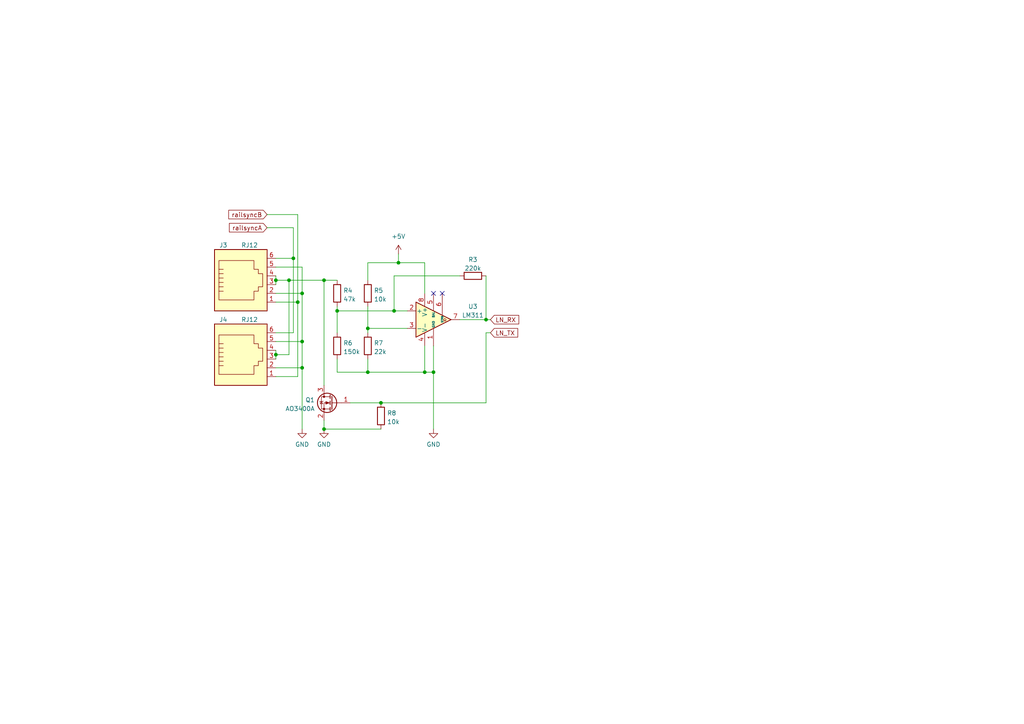
<source format=kicad_sch>
(kicad_sch (version 20211123) (generator eeschema)
  (paper "A4")
  (title_block (title "General Purpose IO module"))
  (lib_symbols
    (symbol "Comparator:LM311" (pin_names (offset 0.127))
      (property "Reference" "U" (at 3.81 6.35 0))
      (property "Value" "LM311" (at 3.81 3.81 0))
      (symbol "LM311_0_1"
        (polyline (pts (xy 5.08 0) (xy -5.08 5.08) (xy -5.08 -5.08) (xy 5.08 0)) (stroke (width 0.254)) (fill (type background)))
        (polyline (pts (xy 3.683 -0.381) (xy 3.302 -0.381) (xy 3.683 0) (xy 3.302 0.381) (xy 2.921 0) (xy 3.302 -0.381) (xy 2.921 -0.381)) (stroke (width 0.127)))
      )
      (symbol "LM311_1_1"
        (pin passive line (at 0 -7.62 90) (length 5.08) (name "GND") (number "1"))
        (pin input line (at -7.62 2.54 0) (length 2.54) (name "+") (number "2"))
        (pin input line (at -7.62 -2.54 0) (length 2.54) (name "-") (number "3"))
        (pin power_in line (at -2.54 -7.62 90) (length 3.81) (name "V-") (number "4"))
        (pin input line (at 0 7.62 270) (length 5.08) (name "BAL") (number "5"))
        (pin input line (at 2.54 7.62 270) (length 6.35) (name "STRB") (number "6"))
        (pin open_collector line (at 7.62 0 180) (length 2.54) (name "~") (number "7"))
        (pin power_in line (at -2.54 7.62 270) (length 3.81) (name "V+") (number "8"))
      )
    )
    (symbol "Connector:RJ12" (pin_names (offset 1.016))
      (property "Reference" "J" (at -5.08 11.43 0))
      (property "Value" "RJ12" (at 2.54 11.43 0))
      (symbol "RJ12_0_1"
        (polyline (pts (xy -6.35 -1.905) (xy -5.08 -1.905) (xy -5.08 -1.905)))
        (polyline (pts (xy -6.35 -0.635) (xy -5.08 -0.635) (xy -5.08 -0.635)))
        (polyline (pts (xy -6.35 0.635) (xy -5.08 0.635) (xy -5.08 0.635)))
        (polyline (pts (xy -6.35 1.905) (xy -5.08 1.905) (xy -5.08 1.905)))
        (polyline (pts (xy -6.35 3.175) (xy -5.08 3.175) (xy -5.08 3.175)))
        (polyline (pts (xy -5.08 4.445) (xy -6.35 4.445) (xy -6.35 4.445)))
        (polyline (pts (xy -6.35 -4.445) (xy -6.35 6.985) (xy 3.81 6.985) (xy 3.81 4.445) (xy 5.08 4.445) (xy 5.08 3.175) (xy 6.35 3.175) (xy 6.35 -0.635) (xy 5.08 -0.635) (xy 5.08 -1.905) (xy 3.81 -1.905) (xy 3.81 -4.445) (xy -6.35 -4.445) (xy -6.35 -4.445)))
        (rectangle (start 7.62 10.16) (end -7.62 -7.62) (stroke (width 0.254)) (fill (type background)))
      )
      (symbol "RJ12_1_1"
        (pin passive line (at 10.16 -5.08 180) (length 2.54) (name "~") (number "1"))
        (pin passive line (at 10.16 -2.54 180) (length 2.54) (name "~") (number "2"))
        (pin passive line (at 10.16 0 180) (length 2.54) (name "~") (number "3"))
        (pin passive line (at 10.16 2.54 180) (length 2.54) (name "~") (number "4"))
        (pin passive line (at 10.16 5.08 180) (length 2.54) (name "~") (number "5"))
        (pin passive line (at 10.16 7.62 180) (length 2.54) (name "~") (number "6"))
      )
    )
    (symbol "Device:R" (pin_numbers hide) (pin_names (offset 0))
      (property "Reference" "R" (at 2.032 0 90))
      (property "Value" "R" (at 0 0 90))
      (symbol "R_0_1"
        (rectangle (start -1.016 -2.54) (end 1.016 2.54) (stroke (width 0.254)))
      )
      (symbol "R_1_1"
        (pin passive line (at 0 3.81 270) (length 1.27) (name "~") (number "1"))
        (pin passive line (at 0 -3.81 90) (length 1.27) (name "~") (number "2"))
      )
    )
    (symbol "Transistor_FET:AO3400A" (pin_names hide)
      (property "Reference" "Q" (at 5.08 1.905 0))
      (property "Value" "AO3400A" (at 5.08 0 0))
      (symbol "AO3400A_0_1"
        (polyline (pts (xy 0.254 0) (xy -2.54 0)))
        (polyline (pts (xy 0.254 1.905) (xy 0.254 -1.905)) (stroke (width 0.254)))
        (polyline (pts (xy 0.762 -1.27) (xy 0.762 -2.286)) (stroke (width 0.254)))
        (polyline (pts (xy 0.762 0.508) (xy 0.762 -0.508)) (stroke (width 0.254)))
        (polyline (pts (xy 0.762 2.286) (xy 0.762 1.27)) (stroke (width 0.254)))
        (polyline (pts (xy 2.54 2.54) (xy 2.54 1.778)))
        (polyline (pts (xy 2.54 -2.54) (xy 2.54 0) (xy 0.762 0)))
        (polyline (pts (xy 0.762 -1.778) (xy 3.302 -1.778) (xy 3.302 1.778) (xy 0.762 1.778)))
        (polyline (pts (xy 1.016 0) (xy 2.032 0.381) (xy 2.032 -0.381) (xy 1.016 0)) (fill (type outline)))
        (polyline (pts (xy 2.794 0.508) (xy 2.921 0.381) (xy 3.683 0.381) (xy 3.81 0.254)))
        (polyline (pts (xy 3.302 0.381) (xy 2.921 -0.254) (xy 3.683 -0.254) (xy 3.302 0.381)))
        (circle (center 1.651 0) (radius 2.794) (stroke (width 0.254)))
        (circle (center 2.54 -1.778) (radius 0.254) (fill (type outline)))
        (circle (center 2.54 1.778) (radius 0.254) (fill (type outline)))
      )
      (symbol "AO3400A_1_1"
        (pin input line (at -5.08 0 0) (length 2.54) (name "G") (number "1"))
        (pin passive line (at 2.54 -5.08 90) (length 2.54) (name "S") (number "2"))
        (pin passive line (at 2.54 5.08 270) (length 2.54) (name "D") (number "3"))
      )
    )
    (symbol "power:+5V" (power) (pin_names (offset 0))
      (property "Value" "+5V" (at 0 3.556 0))
      (symbol "+5V_0_1"
        (polyline (pts (xy -0.762 1.27) (xy 0 2.54)))
        (polyline (pts (xy 0 0) (xy 0 2.54)))
        (polyline (pts (xy 0 2.54) (xy 0.762 1.27)))
      )
      (symbol "+5V_1_1"
        (pin power_in line (at 0 0 90) (length 0) hide (name "+5V") (number "1"))
      )
    )
    (symbol "power:GND" (power) (pin_names (offset 0))
      (property "Value" "GND" (at 0 -3.81 0))
      (symbol "GND_0_1"
        (polyline (pts (xy 0 0) (xy 0 -1.27) (xy 1.27 -1.27) (xy 0 -2.54) (xy -1.27 -1.27) (xy 0 -1.27)))
      )
      (symbol "GND_1_1"
        (pin power_in line (at 0 0 270) (length 0) hide (name "GND") (number "1"))
      )
    )
  )
  (junction (at 87.63 85.09))
  (junction (at 123.19 107.95))
  (junction (at 115.57 76.2))
  (junction (at 140.97 92.71))
  (junction (at 93.98 124.46))
  (junction (at 80.01 102.87))
  (junction (at 114.3 90.17))
  (junction (at 86.36 87.63))
  (junction (at 106.68 107.95))
  (junction (at 87.63 106.68))
  (junction (at 110.49 116.84))
  (junction (at 85.09 74.93))
  (junction (at 83.82 81.28))
  (junction (at 87.63 99.06))
  (junction (at 106.68 95.25))
  (junction (at 125.73 107.95))
  (junction (at 93.98 81.28))
  (junction (at 80.01 81.28))
  (junction (at 97.79 90.17))
  (no_connect (at 128.27 85.09))
  (no_connect (at 125.73 85.09))
  (wire (pts (xy 80.01 106.68) (xy 87.63 106.68)))
  (wire (pts (xy 97.79 107.95) (xy 106.68 107.95)))
  (wire (pts (xy 97.79 90.17) (xy 114.3 90.17)))
  (wire (pts (xy 87.63 85.09) (xy 87.63 77.47)))
  (wire (pts (xy 115.57 76.2) (xy 115.57 73.66)))
  (wire (pts (xy 106.68 95.25) (xy 106.68 96.52)))
  (wire (pts (xy 106.68 107.95) (xy 123.19 107.95)))
  (wire (pts (xy 106.68 76.2) (xy 106.68 81.28)))
  (wire (pts (xy 80.01 102.87) (xy 83.82 102.87)))
  (wire (pts (xy 123.19 85.09) (xy 123.19 76.2)))
  (wire (pts (xy 118.11 90.17) (xy 114.3 90.17)))
  (wire (pts (xy 93.98 81.28) (xy 97.79 81.28)))
  (wire (pts (xy 123.19 107.95) (xy 123.19 100.33)))
  (wire (pts (xy 97.79 88.9) (xy 97.79 90.17)))
  (wire (pts (xy 114.3 90.17) (xy 114.3 80.01)))
  (wire (pts (xy 80.01 81.28) (xy 80.01 82.55)))
  (wire (pts (xy 110.49 116.84) (xy 140.97 116.84)))
  (wire (pts (xy 140.97 92.71) (xy 133.35 92.71)))
  (wire (pts (xy 93.98 81.28) (xy 93.98 111.76)))
  (wire (pts (xy 114.3 80.01) (xy 133.35 80.01)))
  (wire (pts (xy 87.63 85.09) (xy 87.63 99.06)))
  (wire (pts (xy 83.82 81.28) (xy 93.98 81.28)))
  (wire (pts (xy 140.97 96.52) (xy 140.97 116.84)))
  (wire (pts (xy 80.01 87.63) (xy 86.36 87.63)))
  (wire (pts (xy 87.63 106.68) (xy 87.63 124.46)))
  (wire (pts (xy 77.47 62.23) (xy 86.36 62.23)))
  (wire (pts (xy 85.09 66.04) (xy 85.09 74.93)))
  (wire (pts (xy 140.97 92.71) (xy 142.24 92.71)))
  (wire (pts (xy 93.98 124.46) (xy 110.49 124.46)))
  (wire (pts (xy 80.01 102.87) (xy 80.01 104.14)))
  (wire (pts (xy 106.68 76.2) (xy 115.57 76.2)))
  (wire (pts (xy 125.73 124.46) (xy 125.73 107.95)))
  (wire (pts (xy 80.01 85.09) (xy 87.63 85.09)))
  (wire (pts (xy 106.68 88.9) (xy 106.68 95.25)))
  (wire (pts (xy 87.63 106.68) (xy 87.63 99.06)))
  (wire (pts (xy 80.01 101.6) (xy 80.01 102.87)))
  (wire (pts (xy 123.19 107.95) (xy 125.73 107.95)))
  (wire (pts (xy 123.19 76.2) (xy 115.57 76.2)))
  (wire (pts (xy 80.01 80.01) (xy 80.01 81.28)))
  (wire (pts (xy 80.01 74.93) (xy 85.09 74.93)))
  (wire (pts (xy 106.68 107.95) (xy 106.68 104.14)))
  (wire (pts (xy 77.47 66.04) (xy 85.09 66.04)))
  (wire (pts (xy 125.73 107.95) (xy 125.73 100.33)))
  (wire (pts (xy 140.97 80.01) (xy 140.97 92.71)))
  (wire (pts (xy 83.82 81.28) (xy 83.82 102.87)))
  (wire (pts (xy 80.01 81.28) (xy 83.82 81.28)))
  (wire (pts (xy 142.24 96.52) (xy 140.97 96.52)))
  (wire (pts (xy 86.36 62.23) (xy 86.36 87.63)))
  (wire (pts (xy 80.01 109.22) (xy 86.36 109.22)))
  (wire (pts (xy 106.68 95.25) (xy 118.11 95.25)))
  (wire (pts (xy 80.01 96.52) (xy 85.09 96.52)))
  (wire (pts (xy 86.36 87.63) (xy 86.36 109.22)))
  (wire (pts (xy 85.09 74.93) (xy 85.09 96.52)))
  (wire (pts (xy 80.01 99.06) (xy 87.63 99.06)))
  (wire (pts (xy 97.79 90.17) (xy 97.79 96.52)))
  (wire (pts (xy 97.79 104.14) (xy 97.79 107.95)))
  (wire (pts (xy 93.98 121.92) (xy 93.98 124.46)))
  (wire (pts (xy 101.6 116.84) (xy 110.49 116.84)))
  (wire (pts (xy 87.63 77.47) (xy 80.01 77.47)))
  (global_label "railsyncA" (shape input) (at 77.47 66.04 180) (property "Intersheet References" "${INTERSHEET_REFS}" (effects hide)))
  (global_label "LN_RX" (shape input) (at 142.24 92.71 0) (property "Intersheet References" "${INTERSHEET_REFS}" (effects hide)))
  (global_label "railsyncB" (shape input) (at 77.47 62.23 180) (property "Intersheet References" "${INTERSHEET_REFS}" (effects hide)))
  (global_label "LN_TX" (shape input) (at 142.24 96.52 0) (property "Intersheet References" "${INTERSHEET_REFS}" (effects hide)))
  (symbol (lib_id "power:GND") (at 93.98 124.46 0) (unit 1)
    (property "Reference" "#PWR020" (effects hide))
    (property "Value" "GND" (at 93.98 128.9034 0))
  )
  (symbol (lib_id "power:GND") (at 87.63 124.46 0) (unit 1)
    (property "Reference" "#PWR019" (effects hide))
    (property "Value" "GND" (at 87.63 128.9034 0))
  )
  (symbol (lib_id "Comparator:LM311") (at 125.73 92.71 0) (unit 1)
    (property "Reference" "U3" (at 137.16 88.9 0))
    (property "Value" "LM311" (at 137.16 91.44 0))
    (property "Footprint" "Package_SO:SOP-8_3.9x4.9mm_P1.27mm" (effects hide))
    (property "Datasheet" "https://www.st.com/resource/en/datasheet/lm311.pdf" (effects hide))
    (property "JLCPCB Part#" "C434495" (effects hide))
  )
  (symbol (lib_id "Device:R") (at 97.79 100.33 180) (unit 1)
    (property "Reference" "R6" (at 99.568 99.4953 0) (effects (justify right)))
    (property "Value" "150k" (at 99.568 102.0322 0) (effects (justify right)))
    (property "Footprint" "Resistor_SMD:R_0805_2012Metric_Pad1.20x1.40mm_HandSolder" (effects hide))
  )
  (symbol (lib_id "Device:R") (at 106.68 100.33 180) (unit 1)
    (property "Reference" "R7" (at 108.458 99.4953 0) (effects (justify right)))
    (property "Value" "22k" (at 108.458 102.0322 0) (effects (justify right)))
    (property "Footprint" "Resistor_SMD:R_0805_2012Metric_Pad1.20x1.40mm_HandSolder" (effects hide))
  )
  (symbol (lib_id "Device:R") (at 97.79 85.09 180) (unit 1)
    (property "Reference" "R4" (at 99.568 84.2553 0) (effects (justify right)))
    (property "Value" "47k" (at 99.568 86.7922 0) (effects (justify right)))
    (property "Footprint" "Resistor_SMD:R_0805_2012Metric_Pad1.20x1.40mm_HandSolder" (effects hide))
  )
  (symbol (lib_id "Device:R") (at 110.49 120.65 0) (unit 1)
    (property "Reference" "R8" (at 112.268 119.8153 0) (effects (justify left)))
    (property "Value" "10k" (at 112.268 122.3522 0) (effects (justify left)))
    (property "Footprint" "Resistor_SMD:R_0805_2012Metric_Pad1.20x1.40mm_HandSolder" (effects hide))
  )
  (symbol (lib_id "Transistor_FET:AO3400A") (at 96.52 116.84 0) (mirror y) (unit 1)
    (property "Reference" "Q1" (at 91.3131 116.0053 0) (effects (justify left)))
    (property "Value" "AO3400A" (at 91.3131 118.5422 0) (effects (justify left)))
    (property "Footprint" "Package_TO_SOT_SMD:SOT-23" (effects hide))
    (property "Datasheet" "http://www.aosmd.com/pdfs/datasheet/AO3400A.pdf" (effects hide))
    (property "JLCPCB Part#" "C20917" (effects hide))
  )
  (symbol (lib_id "Connector:RJ12") (at 69.85 82.55 0) (unit 1)
    (property "Reference" "J3" (at 64.77 71.12 0))
    (property "Value" "RJ12" (at 72.39 71.12 0))
    (property "Footprint" "Connector_RJ:RJ25_Wayconn_MJEA-660X1_Horizontal" (effects hide))
    (property "JLCPCB Part#" "C77859" (effects hide))
  )
  (symbol (lib_id "Connector:RJ12") (at 69.85 104.14 0) (unit 1)
    (property "Reference" "J4" (at 64.77 92.71 0))
    (property "Value" "RJ12" (at 72.39 92.71 0))
    (property "Footprint" "Connector_RJ:RJ25_Wayconn_MJEA-660X1_Horizontal" (effects hide))
    (property "JLCPCB Part#" "C77859" (effects hide))
  )
  (symbol (lib_id "Device:R") (at 106.68 85.09 180) (unit 1)
    (property "Reference" "R5" (at 108.458 84.2553 0) (effects (justify right)))
    (property "Value" "10k" (at 108.458 86.7922 0) (effects (justify right)))
    (property "Footprint" "Resistor_SMD:R_0805_2012Metric_Pad1.20x1.40mm_HandSolder" (effects hide))
  )
  (symbol (lib_id "power:+5V") (at 115.57 73.66 0) (unit 1)
    (property "Reference" "#PWR018" (effects hide))
    (property "Value" "+5V" (at 115.57 68.58 0))
  )
  (symbol (lib_id "power:GND") (at 125.73 124.46 0) (unit 1)
    (property "Reference" "#PWR021" (effects hide))
    (property "Value" "GND" (at 125.73 128.9034 0))
  )
  (symbol (lib_id "Device:R") (at 137.16 80.01 90) (unit 1)
    (property "Reference" "R3" (at 137.16 75.2942 90))
    (property "Value" "220k" (at 137.16 77.8311 90))
    (property "Footprint" "Resistor_SMD:R_0805_2012Metric_Pad1.20x1.40mm_HandSolder" (effects hide))
  )
)
</source>
